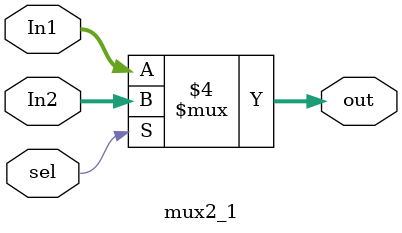
<source format=v>
module mux2_1 (
    input wire [31:0] In1,
    input wire [31:0] In2,
    input wire sel,
    output reg [31:0] out
);
    always @(*) 
    begin
        if(!sel)
        out = In1;
        else
        out = In2; 
    end
endmodule

</source>
